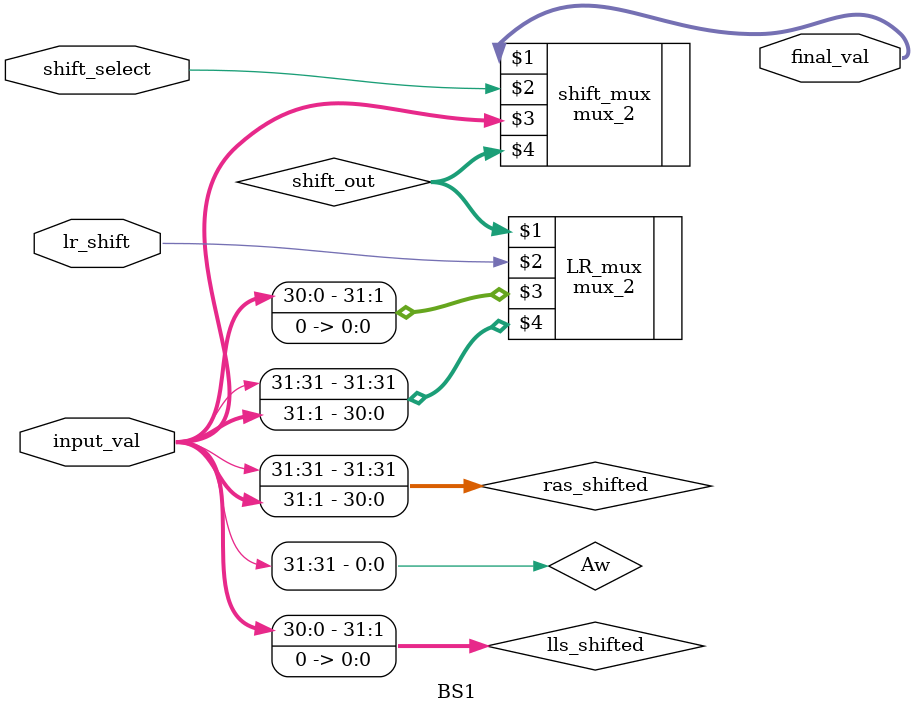
<source format=v>
module BS1(
    input shift_select,
    input lr_shift,
    input [31:0] input_val,
    output [31:0] final_val
);

// forgot bout mux select, naming is bad cuz had to switch vars and im dumb. output_val is the shifted value, final_valis 
//the mux output

wire [31:0] lls_shifted, ras_shifted, shift_out;

wire Aw;
assign Aw = input_val[31];

mux_2 LR_mux(shift_out,lr_shift, lls_shifted, ras_shifted);
mux_2 shift_mux(final_val, shift_select, input_val, shift_out);


//shift
assign lls_shifted[0] = 1'b0; // LSB now zero
assign lls_shifted[1] = input_val[0];
assign lls_shifted[2] = input_val[1];
assign lls_shifted[3] = input_val[2];
assign lls_shifted[4] = input_val[3];
assign lls_shifted[5] = input_val[4];
assign lls_shifted[6] = input_val[5];
assign lls_shifted[7] = input_val[6];
assign lls_shifted[8] = input_val[7];
assign lls_shifted[9] = input_val[8];
assign lls_shifted[10] = input_val[9];
assign lls_shifted[11] = input_val[10];
assign lls_shifted[12] = input_val[11];
assign lls_shifted[13] = input_val[12];
assign lls_shifted[14] = input_val[13];
assign lls_shifted[15] = input_val[14];
assign lls_shifted[16] = input_val[15];
assign lls_shifted[17] = input_val[16];
assign lls_shifted[18] = input_val[17];
assign lls_shifted[19] = input_val[18];
assign lls_shifted[20] = input_val[19];
assign lls_shifted[21] = input_val[20];
assign lls_shifted[22] = input_val[21];
assign lls_shifted[23] = input_val[22];
assign lls_shifted[24] = input_val[23];
assign lls_shifted[25] = input_val[24];
assign lls_shifted[26] = input_val[25];
assign lls_shifted[27] = input_val[26];
assign lls_shifted[28] = input_val[27];
assign lls_shifted[29] = input_val[28];
assign lls_shifted[30] = input_val[29];
assign lls_shifted[31] = input_val[30];


assign ras_shifted[31] = Aw;
assign ras_shifted[30] = input_val[31];
assign ras_shifted[29] = input_val[30];
assign ras_shifted[28] = input_val[29];
assign ras_shifted[27] = input_val[28];
assign ras_shifted[26] = input_val[27];
assign ras_shifted[25] = input_val[26];
assign ras_shifted[24] = input_val[25];
assign ras_shifted[23] = input_val[24];
assign ras_shifted[22] = input_val[23];
assign ras_shifted[21] = input_val[22];
assign ras_shifted[20] = input_val[21];
assign ras_shifted[19] = input_val[20];
assign ras_shifted[18] = input_val[19];
assign ras_shifted[17] = input_val[18];
assign ras_shifted[16] = input_val[17];
assign ras_shifted[15] = input_val[16];
assign ras_shifted[14] = input_val[15];
assign ras_shifted[13] = input_val[14];
assign ras_shifted[12] = input_val[13];
assign ras_shifted[11] = input_val[12];
assign ras_shifted[10] = input_val[11];
assign ras_shifted[9] = input_val[10];
assign ras_shifted[8] = input_val[9];
assign ras_shifted[7] = input_val[8];
assign ras_shifted[6] = input_val[7];
assign ras_shifted[5] = input_val[6];
assign ras_shifted[4] = input_val[5];
assign ras_shifted[3] = input_val[4];
assign ras_shifted[2] = input_val[3];
assign ras_shifted[1] = input_val[2];
assign ras_shifted[0] = input_val[1];



endmodule


</source>
